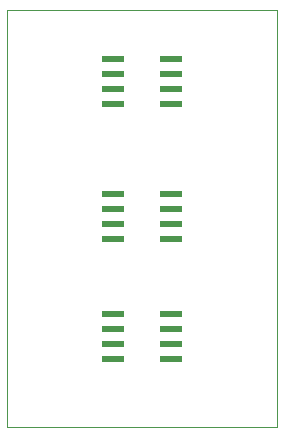
<source format=gtp>
G75*
%MOIN*%
%OFA0B0*%
%FSLAX25Y25*%
%IPPOS*%
%LPD*%
%AMOC8*
5,1,8,0,0,1.08239X$1,22.5*
%
%ADD10C,0.00000*%
%ADD11R,0.07800X0.02200*%
D10*
X0004167Y0001000D02*
X0004167Y0139701D01*
X0094088Y0139701D01*
X0094088Y0001000D01*
X0004167Y0001000D01*
D11*
X0039467Y0023500D03*
X0039467Y0028500D03*
X0039467Y0033500D03*
X0039467Y0038500D03*
X0039467Y0063500D03*
X0039467Y0068500D03*
X0039467Y0073500D03*
X0039467Y0078500D03*
X0058867Y0078500D03*
X0058867Y0073500D03*
X0058867Y0068500D03*
X0058867Y0063500D03*
X0058867Y0038500D03*
X0058867Y0033500D03*
X0058867Y0028500D03*
X0058867Y0023500D03*
X0058867Y0108500D03*
X0058867Y0113500D03*
X0058867Y0118500D03*
X0058867Y0123500D03*
X0039467Y0123500D03*
X0039467Y0118500D03*
X0039467Y0113500D03*
X0039467Y0108500D03*
M02*

</source>
